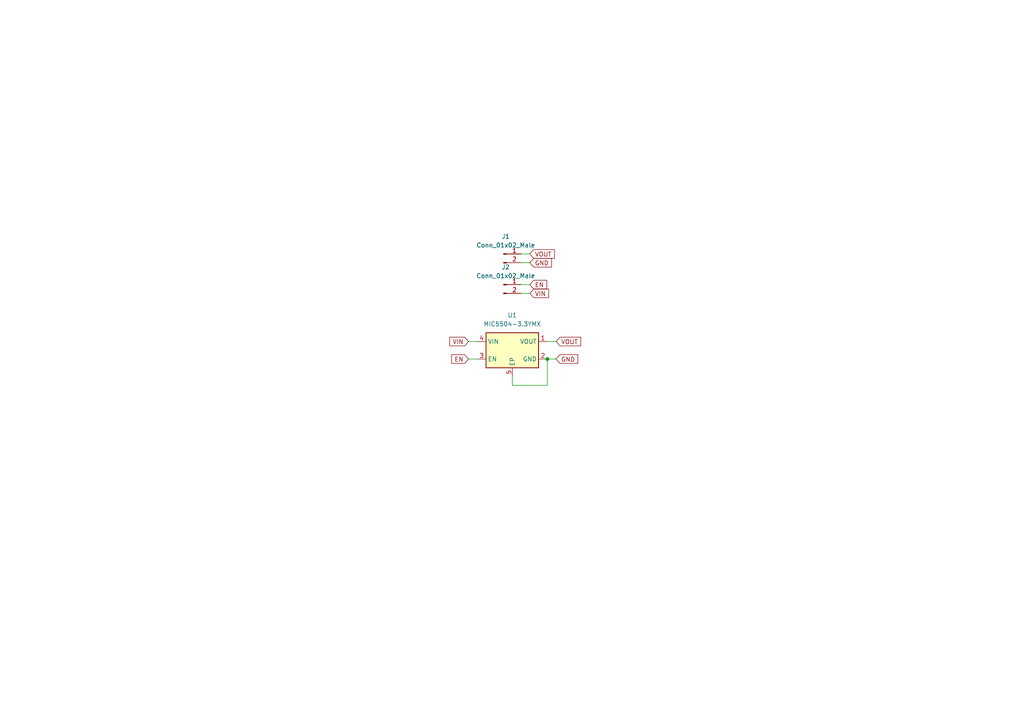
<source format=kicad_sch>
(kicad_sch (version 20211123) (generator eeschema)
  (paper "A4")
  (lib_symbols
    (symbol "Connector:Conn_01x02_Male" (pin_names (offset 1.016) hide)
      (property "Reference" "J" (at 0 2.54 0))
      (property "Value" "Conn_01x02_Male" (at 0 -5.08 0))
      (symbol "Conn_01x02_Male_1_1"
        (polyline (pts (xy 1.27 -2.54) (xy 0.8636 -2.54)) (stroke (width 0.1524)))
        (polyline (pts (xy 1.27 0) (xy 0.8636 0)) (stroke (width 0.1524)))
        (rectangle (start 0.8636 -2.413) (end 0 -2.667) (stroke (width 0.1524)) (fill (type outline)))
        (rectangle (start 0.8636 0.127) (end 0 -0.127) (stroke (width 0.1524)) (fill (type outline)))
        (pin passive line (at 5.08 0 180) (length 3.81) (name "Pin_1") (number "1"))
        (pin passive line (at 5.08 -2.54 180) (length 3.81) (name "Pin_2") (number "2"))
      )
    )
    (symbol "Regulator_Linear:MIC5504-3.3YMX"
      (property "Reference" "U" (at -7.62 8.89 0))
      (property "Value" "MIC5504-3.3YMX" (at -7.62 6.35 0))
      (symbol "MIC5504-3.3YMX_0_1"
        (rectangle (start -7.62 -5.08) (end 7.62 5.08) (stroke (width 0.254)) (fill (type background)))
      )
      (symbol "MIC5504-3.3YMX_1_1"
        (pin power_out line (at 10.16 2.54 180) (length 2.54) (name "VOUT") (number "1"))
        (pin power_in line (at 10.16 -2.54 180) (length 2.54) (name "GND") (number "2"))
        (pin input line (at -10.16 -2.54 0) (length 2.54) (name "EN") (number "3"))
        (pin power_in line (at -10.16 2.54 0) (length 2.54) (name "VIN") (number "4"))
        (pin power_in line (at 0 -7.62 90) (length 2.54) (name "EP") (number "5"))
      )
    )
  )
  (junction (at 158.75 104.14))
  (wire (pts (xy 151.13 73.66) (xy 153.67 73.66)))
  (wire (pts (xy 148.59 109.22) (xy 148.59 111.76)))
  (wire (pts (xy 158.75 99.06) (xy 161.29 99.06)))
  (wire (pts (xy 151.13 76.2) (xy 153.67 76.2)))
  (wire (pts (xy 135.89 104.14) (xy 138.43 104.14)))
  (wire (pts (xy 151.13 82.55) (xy 153.67 82.55)))
  (wire (pts (xy 161.29 104.14) (xy 158.75 104.14)))
  (wire (pts (xy 158.75 111.76) (xy 158.75 104.14)))
  (wire (pts (xy 135.89 99.06) (xy 138.43 99.06)))
  (wire (pts (xy 148.59 111.76) (xy 158.75 111.76)))
  (wire (pts (xy 151.13 85.09) (xy 153.67 85.09)))
  (global_label "VIN" (shape input) (at 135.89 99.06 180) (property "Intersheet References" "${INTERSHEET_REFS}" (effects hide)))
  (global_label "VOUT" (shape input) (at 153.67 73.66 0) (property "Intersheet References" "${INTERSHEET_REFS}" (effects hide)))
  (global_label "EN" (shape input) (at 153.67 82.55 0) (property "Intersheet References" "${INTERSHEET_REFS}" (effects hide)))
  (global_label "GND" (shape input) (at 161.29 104.14 0) (property "Intersheet References" "${INTERSHEET_REFS}" (effects hide)))
  (global_label "GND" (shape input) (at 153.67 76.2 0) (property "Intersheet References" "${INTERSHEET_REFS}" (effects hide)))
  (global_label "VIN" (shape input) (at 153.67 85.09 0) (property "Intersheet References" "${INTERSHEET_REFS}" (effects hide)))
  (global_label "EN" (shape input) (at 135.89 104.14 180) (property "Intersheet References" "${INTERSHEET_REFS}" (effects hide)))
  (global_label "VOUT" (shape input) (at 161.29 99.06 0) (property "Intersheet References" "${INTERSHEET_REFS}" (effects hide)))
  (symbol (lib_id "Connector:Conn_01x02_Male") (at 146.05 73.66 0) (unit 1)
    (property "Reference" "J1" (at 146.685 68.58 0))
    (property "Value" "Conn_01x02_Male" (at 146.685 71.12 0))
    (property "Footprint" "Connector_PinHeader_2.54mm:PinHeader_1x02_P2.54mm_Vertical" (effects hide))
  )
  (symbol (lib_id "Connector:Conn_01x02_Male") (at 146.05 82.55 0) (unit 1)
    (property "Reference" "J2" (at 146.685 77.47 0))
    (property "Value" "Conn_01x02_Male" (at 146.685 80.01 0))
    (property "Footprint" "Connector_PinHeader_2.54mm:PinHeader_1x02_P2.54mm_Vertical" (effects hide))
  )
  (symbol (lib_id "Regulator_Linear:MIC5504-3.3YMX") (at 148.59 101.6 0) (unit 1)
    (property "Reference" "U1" (at 148.59 91.44 0))
    (property "Value" "MIC5504-3.3YMX" (at 148.59 93.98 0))
    (property "Footprint" "Package_DFN_QFN:UDFN-4-1EP_1x1mm_P0.65mm_EP0.48x0.48mm" (effects hide))
    (property "Datasheet" "http://ww1.microchip.com/downloads/en/DeviceDoc/MIC550X.pdf" (effects hide))
  )
)
</source>
